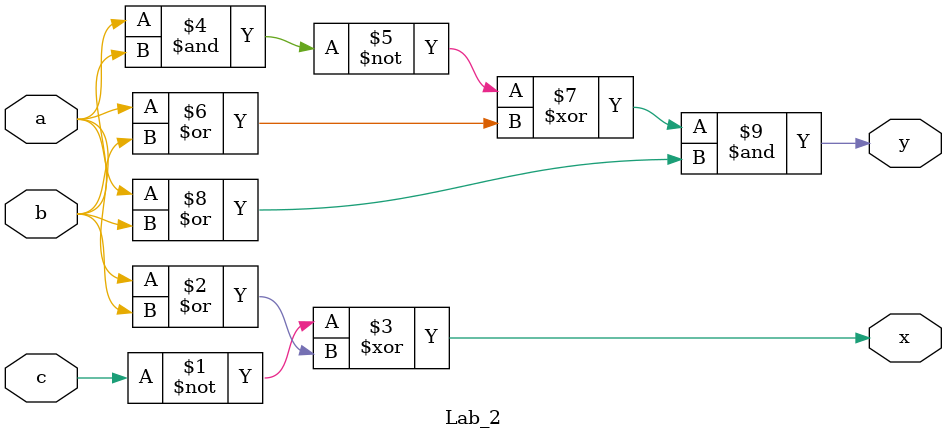
<source format=sv>
module Lab_2(
    input a,
    input b,
    input c,
    output x,
    output y
    );
    assign x = ~ c ^ (a | b);
    assign y = ((~(a & b )) ^ (a | b )) & (a | b);
    
endmodule
</source>
